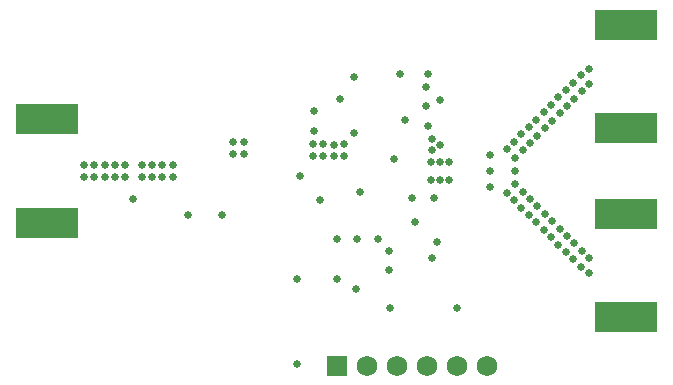
<source format=gbs>
G04*
G04 #@! TF.GenerationSoftware,Altium Limited,Altium Designer,18.1.9 (240)*
G04*
G04 Layer_Color=16711935*
%FSLAX25Y25*%
%MOIN*%
G70*
G01*
G75*
%ADD35R,0.20800X0.10308*%
%ADD48C,0.06800*%
%ADD49R,0.06800X0.06800*%
%ADD50C,0.02572*%
D35*
X307087Y304658D02*
D03*
Y270146D02*
D03*
X500000Y273161D02*
D03*
Y238650D02*
D03*
Y301642D02*
D03*
Y336154D02*
D03*
D48*
X453563Y222539D02*
D03*
X413563D02*
D03*
X423563D02*
D03*
X433563D02*
D03*
X443563D02*
D03*
D49*
X403563D02*
D03*
D50*
X307087Y308102D02*
D03*
X303642D02*
D03*
X300197D02*
D03*
X310531D02*
D03*
X313976D02*
D03*
X300197Y301213D02*
D03*
X303642D02*
D03*
X307087D02*
D03*
X310531D02*
D03*
X313976D02*
D03*
X307087Y273592D02*
D03*
X303642D02*
D03*
X300197D02*
D03*
X310531D02*
D03*
X313976D02*
D03*
X300197Y266703D02*
D03*
X303642D02*
D03*
X307087D02*
D03*
X310531D02*
D03*
X313976D02*
D03*
X500000Y242094D02*
D03*
X496555D02*
D03*
X493110D02*
D03*
X503445D02*
D03*
X506890D02*
D03*
X493110Y235205D02*
D03*
X496555D02*
D03*
X500000D02*
D03*
X503445D02*
D03*
X506890D02*
D03*
X500000Y276606D02*
D03*
X496555D02*
D03*
X493110D02*
D03*
X503445D02*
D03*
X506890D02*
D03*
X493110Y269717D02*
D03*
X496555D02*
D03*
X500000D02*
D03*
X503445D02*
D03*
X506890D02*
D03*
X500000Y305087D02*
D03*
X496555D02*
D03*
X493110D02*
D03*
X503445D02*
D03*
X506890D02*
D03*
X493110Y298197D02*
D03*
X496555D02*
D03*
X500000D02*
D03*
X503445D02*
D03*
X506890D02*
D03*
X500000Y339598D02*
D03*
X496555D02*
D03*
X493110D02*
D03*
X503445D02*
D03*
X506890D02*
D03*
X493110Y332709D02*
D03*
X496555D02*
D03*
X500000D02*
D03*
X503445D02*
D03*
X506890D02*
D03*
X484842Y319291D02*
D03*
X482382Y316831D02*
D03*
X479921Y314370D02*
D03*
X477461Y312008D02*
D03*
X475000Y309547D02*
D03*
X472539Y306988D02*
D03*
X470079Y304496D02*
D03*
X467618Y302067D02*
D03*
X465158Y299606D02*
D03*
X462697Y297244D02*
D03*
X460236Y294685D02*
D03*
X437992Y284439D02*
D03*
X435039Y290339D02*
D03*
X437992Y290354D02*
D03*
X440945Y290339D02*
D03*
X440945Y284449D02*
D03*
X454724Y292717D02*
D03*
Y282087D02*
D03*
X463091Y287402D02*
D03*
X454724D02*
D03*
X487697Y321260D02*
D03*
Y253543D02*
D03*
X484842Y255512D02*
D03*
X482382Y257972D02*
D03*
X479921Y260433D02*
D03*
X477461Y262894D02*
D03*
X475000Y265354D02*
D03*
X472539Y267815D02*
D03*
X470079Y270276D02*
D03*
X467618Y272736D02*
D03*
X465158Y275197D02*
D03*
X462697Y277658D02*
D03*
X460236Y280118D02*
D03*
X487697Y316437D02*
D03*
X485236Y313976D02*
D03*
X482776Y311516D02*
D03*
X480315Y309154D02*
D03*
X477854Y306693D02*
D03*
X475394Y304134D02*
D03*
X472933Y301642D02*
D03*
X470472Y299213D02*
D03*
X468012Y296752D02*
D03*
X465551Y294390D02*
D03*
X463091Y291831D02*
D03*
X487697Y258366D02*
D03*
X485236Y260827D02*
D03*
X482776Y263287D02*
D03*
X480315Y265748D02*
D03*
X477854Y268209D02*
D03*
X475394Y270669D02*
D03*
X472933Y273130D02*
D03*
X470472Y275590D02*
D03*
X468012Y278051D02*
D03*
X465551Y280512D02*
D03*
X463091Y282972D02*
D03*
X390354Y223228D02*
D03*
X410128Y248130D02*
D03*
X406004Y292520D02*
D03*
X402559D02*
D03*
X399114D02*
D03*
X406004Y296260D02*
D03*
X402559Y296239D02*
D03*
X399114Y296260D02*
D03*
X395669D02*
D03*
Y292520D02*
D03*
X319390Y285433D02*
D03*
X322736D02*
D03*
X326279D02*
D03*
X329724D02*
D03*
X333169D02*
D03*
X319390Y289370D02*
D03*
X322835D02*
D03*
X326279D02*
D03*
X329724D02*
D03*
X333169D02*
D03*
X372539Y293012D02*
D03*
X369094D02*
D03*
Y296949D02*
D03*
X372539D02*
D03*
X348917Y285433D02*
D03*
X345472D02*
D03*
X342028D02*
D03*
X338583D02*
D03*
X348917Y289370D02*
D03*
X345472D02*
D03*
X342028D02*
D03*
X338583D02*
D03*
X411417Y280512D02*
D03*
X433465Y315453D02*
D03*
Y309055D02*
D03*
X437894Y311221D02*
D03*
X429626Y270423D02*
D03*
X437008Y263583D02*
D03*
X421063Y254331D02*
D03*
Y260728D02*
D03*
X443602Y241831D02*
D03*
X421457D02*
D03*
X391240Y285728D02*
D03*
X395965Y307579D02*
D03*
X395965Y300689D02*
D03*
X398130Y277756D02*
D03*
X354023Y272638D02*
D03*
X365453D02*
D03*
X335827Y278150D02*
D03*
X403563Y251457D02*
D03*
X434055Y319882D02*
D03*
Y302559D02*
D03*
X390354Y251476D02*
D03*
X403740Y264764D02*
D03*
X404626Y311516D02*
D03*
X422539Y291339D02*
D03*
X417323Y264764D02*
D03*
X410433Y264764D02*
D03*
X424803Y319882D02*
D03*
X426476Y304429D02*
D03*
X435433Y294339D02*
D03*
X437992Y296239D02*
D03*
X435039Y284439D02*
D03*
X435433Y298239D02*
D03*
X409449Y318898D02*
D03*
X435925Y278346D02*
D03*
X428839D02*
D03*
X435236Y258366D02*
D03*
X409449Y300197D02*
D03*
M02*

</source>
